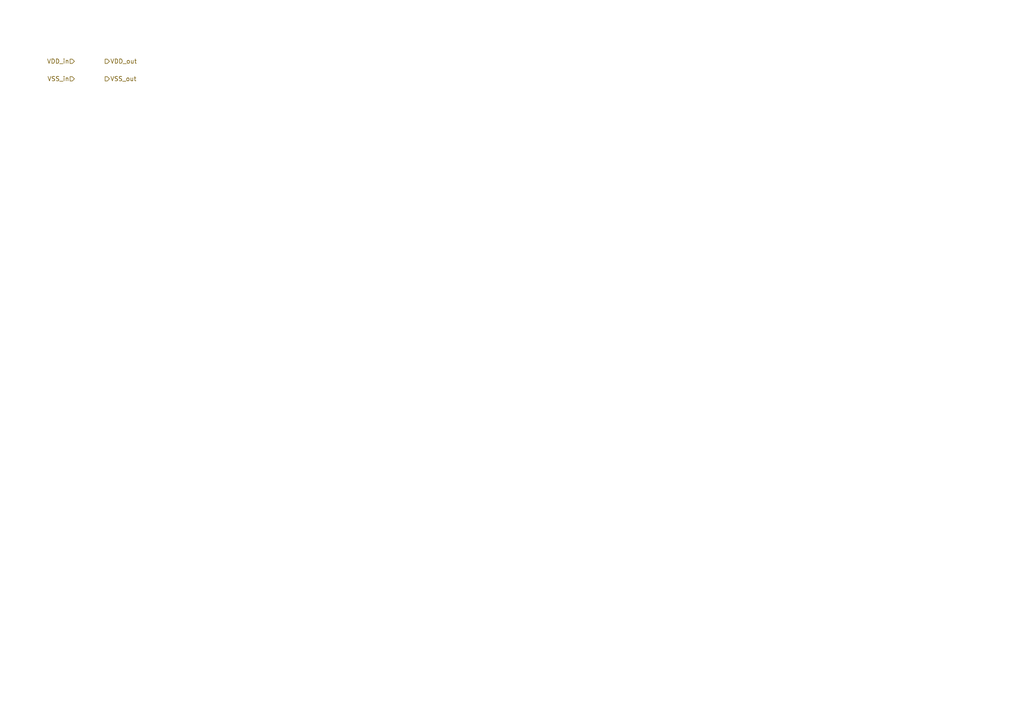
<source format=kicad_sch>
(kicad_sch (version 20211123) (generator eeschema)
  (paper "A4")
  (lib_symbols)
  (hierarchical_label "VSS_out" (shape output) (at 30.48 22.86 0))
  (hierarchical_label "VSS_in" (shape input) (at 21.59 22.86 180))
  (hierarchical_label "VDD_out" (shape output) (at 30.48 17.78 0))
  (hierarchical_label "VDD_in" (shape input) (at 21.59 17.78 180))
)
</source>
